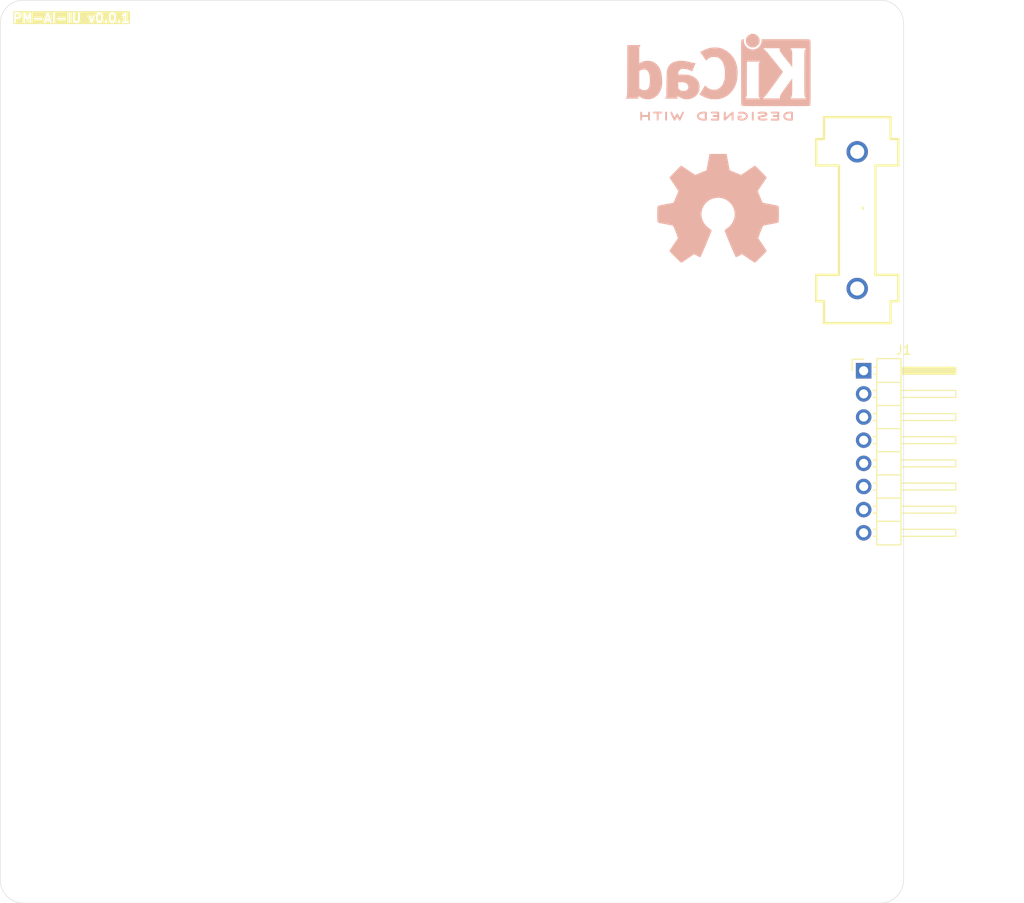
<source format=kicad_pcb>
(kicad_pcb (version 20240108) (generator "pcbnew") (generator_version "8.0")
  (layers (0 "F.Cu" signal) (31 "B.Cu" signal) (34 "B.Paste" user) (35 "F.Paste" user) (36 "B.SilkS" user "B.Silkscreen") (37 "F.SilkS" user "F.Silkscreen") (38 "B.Mask" user) (39 "F.Mask" user) (44 "Edge.Cuts" user))
  (net 0 "")
  (net 1 "Net-(J1-Pin_1)")
  (net 4 "/SCL")
  (net 5 "/SDA")
  (net 8 "GND")
  (net 9 "VDD")
  (footprint "MountingHole:MountingHole_3.2mm_M3" (layer "F.Cu") (at 60.96 146.05)
    (property "Reference" "H4" (hide yes))
    (property "Value" "MountingHole" (hide yes))
    (pad "" np_thru_hole circle (at 0 0) (size 3.2 3.2) (drill 3.2) (layers "F&B.Cu" "*.Mask"))
  )
  (footprint "Connector_PinHeader_2.54mm:PinHeader_1x08_P2.54mm_Horizontal" (layer "F.Cu") (at 120.085 91.455)
    (property "Reference" "J1" (at 4.385 -2.27 0) (layer "F.SilkS"))
    (property "Value" "PinHeader P2.54 01x08 THT Angle")
    (pad "1" thru_hole rect (at 0 0) (size 1.7 1.7) (drill 1) (layers "*.Cu" "*.Mask") (net 1 "Net-(J1-Pin_1)"))
    (pad "2" thru_hole oval (at 0 2.54) (size 1.7 1.7) (drill 1) (layers "*.Cu" "*.Mask") (net 8 "GND"))
    (pad "3" thru_hole oval (at 0 5.08) (size 1.7 1.7) (drill 1) (layers "*.Cu" "*.Mask") (net 5 "/SDA"))
    (pad "4" thru_hole oval (at 0 7.62) (size 1.7 1.7) (drill 1) (layers "*.Cu" "*.Mask") (net 4 "/SCL"))
    (pad "5" thru_hole oval (at 0 10.16) (size 1.7 1.7) (drill 1) (layers "*.Cu" "*.Mask"))
    (pad "6" thru_hole oval (at 0 12.7) (size 1.7 1.7) (drill 1) (layers "*.Cu" "*.Mask"))
    (pad "7" thru_hole oval (at 0 15.24) (size 1.7 1.7) (drill 1) (layers "*.Cu" "*.Mask"))
    (pad "8" thru_hole oval (at 0 17.78) (size 1.7 1.7) (drill 1) (layers "*.Cu" "*.Mask"))
  )
  (footprint "MountingHole:MountingHole_3.2mm_M3" (layer "F.Cu") (at 120.65 146.05)
    (property "Reference" "H3" (hide yes))
    (property "Value" "MountingHole" (hide yes))
    (pad "" np_thru_hole circle (at 0 0) (size 3.2 3.2) (drill 3.2) (layers "F&B.Cu" "*.Mask"))
  )
  (footprint "MountingHole:MountingHole_3.2mm_M3" (layer "F.Cu") (at 120.65 54.61)
    (property "Reference" "H2" (hide yes))
    (property "Value" "MountingHole" (hide yes))
    (pad "" np_thru_hole circle (at 0 0) (size 3.2 3.2) (drill 3.2) (layers "F&B.Cu" "*.Mask"))
  )
  (footprint "MountingHole:MountingHole_3.2mm_M3" (layer "F.Cu") (at 60.96 54.61)
    (property "Reference" "H1" (hide yes))
    (property "Value" "MountingHole" (hide yes))
    (pad "" np_thru_hole circle (at 0 0) (size 3.2 3.2) (drill 3.2) (layers "F&B.Cu" "*.Mask"))
  )
  (footprint "NextPCB:Fuseholder" (layer "F.Cu") (at 119.38 74.93 -90)
    (property "Reference" "U1" (at -0.336 -0.032 90) (layer "F.SilkS") (effects (font (size 1.27 1.27) (thickness 0.254))))
    (property "Value" "64900001039" (hide yes))
    (pad "" np_thru_hole circle (at 0 0 270) (size 2.65 2.65) (drill 2.65) (layers "*.Cu" "*.Mask"))
    (pad "1" thru_hole circle (at -7.5 0 270) (size 2.35 2.35) (drill 1.55) (layers "*.Cu" "*.Mask") (net 9 "VDD"))
    (pad "2" thru_hole circle (at 7.5 0 270) (size 2.35 2.35) (drill 1.55) (layers "*.Cu" "*.Mask") (net 1 "Net-(J1-Pin_1)"))
  )
  (footprint "Symbol:KiCad-Logo2_8mm_SilkScreen" (layer "B.Cu") (at 104.14 58.42 180)
    (property "Reference" "logo_kicad" (hide yes))
    (property "Value" "KiCad-Logo2_8mm_SilkScreen" (hide yes))
  )
  (footprint "Symbol:OSHW-Symbol_13.4x12mm_SilkScreen" (layer "B.Cu") (at 104.14 73.66 180)
    (property "Reference" "logo_oshw" (hide yes))
    (property "Value" "OSHW-Symbol_13.4x12mm_SilkScreen" (hide yes))
  )
  (gr_arc (start 124.46 147.32) (mid 123.716051 149.116051) (end 121.92 149.86) (stroke (width 0.05)) (layer "Edge.Cuts"))
  (gr_line (start 124.46 53.34) (end 124.46 147.32) (stroke (width 0.05)) (layer "Edge.Cuts"))
  (gr_arc (start 25.4 53.34) (mid 26.143949 51.543949) (end 27.94 50.8) (stroke (width 0.05)) (layer "Edge.Cuts"))
  (gr_arc (start 27.94 149.86) (mid 26.143949 149.116051) (end 25.4 147.32) (stroke (width 0.05)) (layer "Edge.Cuts"))
  (gr_line (start 121.92 149.86) (end 27.94 149.86) (stroke (width 0.05)) (layer "Edge.Cuts"))
  (gr_line (start 25.4 147.32) (end 25.4 53.34) (stroke (width 0.05)) (layer "Edge.Cuts"))
  (gr_line (start 27.94 50.8) (end 121.92 50.8) (stroke (width 0.05)) (layer "Edge.Cuts"))
  (gr_arc (start 121.92 50.8) (mid 123.716051 51.543949) (end 124.46 53.34) (stroke (width 0.05)) (layer "Edge.Cuts"))
  (gr_text "PM-AI-IU v0.0.1" (at 26.67 53.34 0) (layer "F.SilkS" knockout) (effects (font (size 1 1) (thickness 0.2) (bold yes)) (justify left bottom)))
)
</source>
